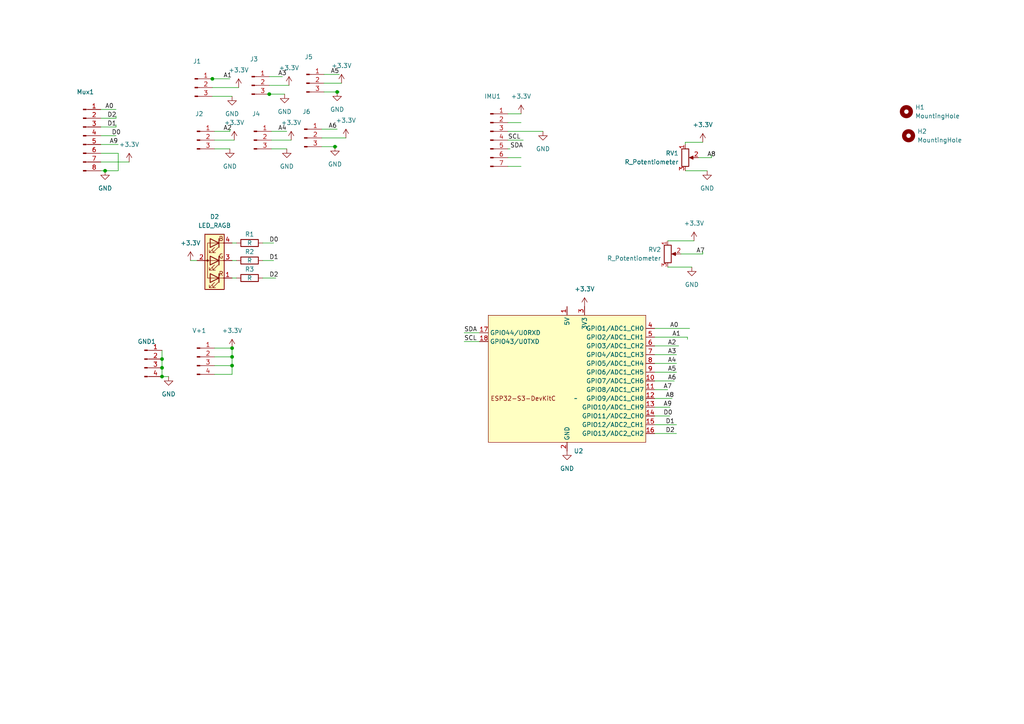
<source format=kicad_sch>
(kicad_sch (version 20230121) (generator eeschema)
  (paper "A4")
  (lib_symbols
    (symbol "Connector:Conn_01x03_Pin" (pin_names (offset 1.016) hide)
      (property "Reference" "J" (at 0 5.08 0))
      (property "Value" "Conn_01x03_Pin" (at 0 -5.08 0))
      (symbol "Conn_01x03_Pin_1_1"
        (polyline (pts (xy 1.27 -2.54) (xy 0.8636 -2.54)) (stroke (width 0.1524)))
        (polyline (pts (xy 1.27 0) (xy 0.8636 0)) (stroke (width 0.1524)))
        (polyline (pts (xy 1.27 2.54) (xy 0.8636 2.54)) (stroke (width 0.1524)))
        (rectangle (start 0.8636 -2.413) (end 0 -2.667) (stroke (width 0.1524)) (fill (type outline)))
        (rectangle (start 0.8636 0.127) (end 0 -0.127) (stroke (width 0.1524)) (fill (type outline)))
        (rectangle (start 0.8636 2.667) (end 0 2.413) (stroke (width 0.1524)) (fill (type outline)))
        (pin passive line (at 5.08 2.54 180) (length 3.81) (name "Pin_1") (number "1"))
        (pin passive line (at 5.08 0 180) (length 3.81) (name "Pin_2") (number "2"))
        (pin passive line (at 5.08 -2.54 180) (length 3.81) (name "Pin_3") (number "3"))
      )
    )
    (symbol "Connector:Conn_01x04_Pin" (pin_names (offset 1.016) hide)
      (property "Reference" "J" (at 0 5.08 0))
      (property "Value" "Conn_01x04_Pin" (at 0 -7.62 0))
      (symbol "Conn_01x04_Pin_1_1"
        (polyline (pts (xy 1.27 -5.08) (xy 0.8636 -5.08)) (stroke (width 0.1524)))
        (polyline (pts (xy 1.27 -2.54) (xy 0.8636 -2.54)) (stroke (width 0.1524)))
        (polyline (pts (xy 1.27 0) (xy 0.8636 0)) (stroke (width 0.1524)))
        (polyline (pts (xy 1.27 2.54) (xy 0.8636 2.54)) (stroke (width 0.1524)))
        (rectangle (start 0.8636 -4.953) (end 0 -5.207) (stroke (width 0.1524)) (fill (type outline)))
        (rectangle (start 0.8636 -2.413) (end 0 -2.667) (stroke (width 0.1524)) (fill (type outline)))
        (rectangle (start 0.8636 0.127) (end 0 -0.127) (stroke (width 0.1524)) (fill (type outline)))
        (rectangle (start 0.8636 2.667) (end 0 2.413) (stroke (width 0.1524)) (fill (type outline)))
        (pin passive line (at 5.08 2.54 180) (length 3.81) (name "Pin_1") (number "1"))
        (pin passive line (at 5.08 0 180) (length 3.81) (name "Pin_2") (number "2"))
        (pin passive line (at 5.08 -2.54 180) (length 3.81) (name "Pin_3") (number "3"))
        (pin passive line (at 5.08 -5.08 180) (length 3.81) (name "Pin_4") (number "4"))
      )
    )
    (symbol "Connector:Conn_01x07_Pin" (pin_names (offset 1.016) hide)
      (property "Reference" "J" (at 0 10.16 0))
      (property "Value" "Conn_01x07_Pin" (at 0 -10.16 0))
      (symbol "Conn_01x07_Pin_1_1"
        (polyline (pts (xy 1.27 -7.62) (xy 0.8636 -7.62)) (stroke (width 0.1524)))
        (polyline (pts (xy 1.27 -5.08) (xy 0.8636 -5.08)) (stroke (width 0.1524)))
        (polyline (pts (xy 1.27 -2.54) (xy 0.8636 -2.54)) (stroke (width 0.1524)))
        (polyline (pts (xy 1.27 0) (xy 0.8636 0)) (stroke (width 0.1524)))
        (polyline (pts (xy 1.27 2.54) (xy 0.8636 2.54)) (stroke (width 0.1524)))
        (polyline (pts (xy 1.27 5.08) (xy 0.8636 5.08)) (stroke (width 0.1524)))
        (polyline (pts (xy 1.27 7.62) (xy 0.8636 7.62)) (stroke (width 0.1524)))
        (rectangle (start 0.8636 -7.493) (end 0 -7.747) (stroke (width 0.1524)) (fill (type outline)))
        (rectangle (start 0.8636 -4.953) (end 0 -5.207) (stroke (width 0.1524)) (fill (type outline)))
        (rectangle (start 0.8636 -2.413) (end 0 -2.667) (stroke (width 0.1524)) (fill (type outline)))
        (rectangle (start 0.8636 0.127) (end 0 -0.127) (stroke (width 0.1524)) (fill (type outline)))
        (rectangle (start 0.8636 2.667) (end 0 2.413) (stroke (width 0.1524)) (fill (type outline)))
        (rectangle (start 0.8636 5.207) (end 0 4.953) (stroke (width 0.1524)) (fill (type outline)))
        (rectangle (start 0.8636 7.747) (end 0 7.493) (stroke (width 0.1524)) (fill (type outline)))
        (pin passive line (at 5.08 7.62 180) (length 3.81) (name "Pin_1") (number "1"))
        (pin passive line (at 5.08 5.08 180) (length 3.81) (name "Pin_2") (number "2"))
        (pin passive line (at 5.08 2.54 180) (length 3.81) (name "Pin_3") (number "3"))
        (pin passive line (at 5.08 0 180) (length 3.81) (name "Pin_4") (number "4"))
        (pin passive line (at 5.08 -2.54 180) (length 3.81) (name "Pin_5") (number "5"))
        (pin passive line (at 5.08 -5.08 180) (length 3.81) (name "Pin_6") (number "6"))
        (pin passive line (at 5.08 -7.62 180) (length 3.81) (name "Pin_7") (number "7"))
      )
    )
    (symbol "Connector:Conn_01x08_Pin" (pin_names (offset 1.016) hide)
      (property "Reference" "J" (at 0 10.16 0))
      (property "Value" "Conn_01x08_Pin" (at 0 -12.7 0))
      (symbol "Conn_01x08_Pin_1_1"
        (polyline (pts (xy 1.27 -10.16) (xy 0.8636 -10.16)) (stroke (width 0.1524)))
        (polyline (pts (xy 1.27 -7.62) (xy 0.8636 -7.62)) (stroke (width 0.1524)))
        (polyline (pts (xy 1.27 -5.08) (xy 0.8636 -5.08)) (stroke (width 0.1524)))
        (polyline (pts (xy 1.27 -2.54) (xy 0.8636 -2.54)) (stroke (width 0.1524)))
        (polyline (pts (xy 1.27 0) (xy 0.8636 0)) (stroke (width 0.1524)))
        (polyline (pts (xy 1.27 2.54) (xy 0.8636 2.54)) (stroke (width 0.1524)))
        (polyline (pts (xy 1.27 5.08) (xy 0.8636 5.08)) (stroke (width 0.1524)))
        (polyline (pts (xy 1.27 7.62) (xy 0.8636 7.62)) (stroke (width 0.1524)))
        (rectangle (start 0.8636 -10.033) (end 0 -10.287) (stroke (width 0.1524)) (fill (type outline)))
        (rectangle (start 0.8636 -7.493) (end 0 -7.747) (stroke (width 0.1524)) (fill (type outline)))
        (rectangle (start 0.8636 -4.953) (end 0 -5.207) (stroke (width 0.1524)) (fill (type outline)))
        (rectangle (start 0.8636 -2.413) (end 0 -2.667) (stroke (width 0.1524)) (fill (type outline)))
        (rectangle (start 0.8636 0.127) (end 0 -0.127) (stroke (width 0.1524)) (fill (type outline)))
        (rectangle (start 0.8636 2.667) (end 0 2.413) (stroke (width 0.1524)) (fill (type outline)))
        (rectangle (start 0.8636 5.207) (end 0 4.953) (stroke (width 0.1524)) (fill (type outline)))
        (rectangle (start 0.8636 7.747) (end 0 7.493) (stroke (width 0.1524)) (fill (type outline)))
        (pin passive line (at 5.08 7.62 180) (length 3.81) (name "Pin_1") (number "1"))
        (pin passive line (at 5.08 5.08 180) (length 3.81) (name "Pin_2") (number "2"))
        (pin passive line (at 5.08 2.54 180) (length 3.81) (name "Pin_3") (number "3"))
        (pin passive line (at 5.08 0 180) (length 3.81) (name "Pin_4") (number "4"))
        (pin passive line (at 5.08 -2.54 180) (length 3.81) (name "Pin_5") (number "5"))
        (pin passive line (at 5.08 -5.08 180) (length 3.81) (name "Pin_6") (number "6"))
        (pin passive line (at 5.08 -7.62 180) (length 3.81) (name "Pin_7") (number "7"))
        (pin passive line (at 5.08 -10.16 180) (length 3.81) (name "Pin_8") (number "8"))
      )
    )
    (symbol "Device:LED_RAGB" (pin_names (offset 0) hide)
      (property "Reference" "D" (at 0 9.398 0))
      (property "Value" "LED_RAGB" (at 0 -8.89 0))
      (symbol "LED_RAGB_0_0"
        (text "B" (at -1.905 -6.35 0) (effects (font (size 1.27 1.27))))
        (text "G" (at -1.905 -1.27 0) (effects (font (size 1.27 1.27))))
        (text "R" (at -1.905 3.81 0) (effects (font (size 1.27 1.27))))
      )
      (symbol "LED_RAGB_0_1"
        (polyline (pts (xy -1.27 -5.08) (xy -2.54 -5.08)))
        (polyline (pts (xy -1.27 -5.08) (xy 1.27 -5.08)))
        (polyline (pts (xy -1.27 -3.81) (xy -1.27 -6.35)) (stroke (width 0.254)))
        (polyline (pts (xy -1.27 0) (xy -2.54 0)))
        (polyline (pts (xy -1.27 1.27) (xy -1.27 -1.27)) (stroke (width 0.254)))
        (polyline (pts (xy -1.27 5.08) (xy -2.54 5.08)))
        (polyline (pts (xy -1.27 5.08) (xy 1.27 5.08)))
        (polyline (pts (xy -1.27 6.35) (xy -1.27 3.81)) (stroke (width 0.254)))
        (polyline (pts (xy 1.27 0) (xy -1.27 0)))
        (polyline (pts (xy 1.27 0) (xy 2.54 0)))
        (polyline (pts (xy -1.27 1.27) (xy -1.27 -1.27) (xy -1.27 -1.27)))
        (polyline (pts (xy -1.27 6.35) (xy -1.27 3.81) (xy -1.27 3.81)))
        (polyline (pts (xy 1.27 -5.08) (xy 2.032 -5.08) (xy 2.032 5.08) (xy 1.27 5.08)))
        (polyline (pts (xy 1.27 -3.81) (xy 1.27 -6.35) (xy -1.27 -5.08) (xy 1.27 -3.81)) (stroke (width 0.254)))
        (polyline (pts (xy 1.27 1.27) (xy 1.27 -1.27) (xy -1.27 0) (xy 1.27 1.27)) (stroke (width 0.254)))
        (polyline (pts (xy 1.27 6.35) (xy 1.27 3.81) (xy -1.27 5.08) (xy 1.27 6.35)) (stroke (width 0.254)))
        (polyline (pts (xy -1.016 -3.81) (xy 0.508 -2.286) (xy -0.254 -2.286) (xy 0.508 -2.286) (xy 0.508 -3.048)))
        (polyline (pts (xy -1.016 1.27) (xy 0.508 2.794) (xy -0.254 2.794) (xy 0.508 2.794) (xy 0.508 2.032)))
        (polyline (pts (xy -1.016 6.35) (xy 0.508 7.874) (xy -0.254 7.874) (xy 0.508 7.874) (xy 0.508 7.112)))
        (polyline (pts (xy 0 -3.81) (xy 1.524 -2.286) (xy 0.762 -2.286) (xy 1.524 -2.286) (xy 1.524 -3.048)))
        (polyline (pts (xy 0 1.27) (xy 1.524 2.794) (xy 0.762 2.794) (xy 1.524 2.794) (xy 1.524 2.032)))
        (polyline (pts (xy 0 6.35) (xy 1.524 7.874) (xy 0.762 7.874) (xy 1.524 7.874) (xy 1.524 7.112)))
        (rectangle (start 1.27 -1.27) (end 1.27 1.27))
        (rectangle (start 1.27 1.27) (end 1.27 1.27))
        (rectangle (start 1.27 3.81) (end 1.27 6.35))
        (rectangle (start 1.27 6.35) (end 1.27 6.35))
        (circle (center 2.032 0) (radius 0.254) (fill (type outline)))
        (rectangle (start 2.794 8.382) (end -2.794 -7.62) (stroke (width 0.254)) (fill (type background)))
      )
      (symbol "LED_RAGB_1_1"
        (pin passive line (at -5.08 5.08 0) (length 2.54) (name "RK") (number "1"))
        (pin passive line (at 5.08 0 180) (length 2.54) (name "A") (number "2"))
        (pin passive line (at -5.08 0 0) (length 2.54) (name "GK") (number "3"))
        (pin passive line (at -5.08 -5.08 0) (length 2.54) (name "BK") (number "4"))
      )
    )
    (symbol "Device:R" (pin_numbers hide) (pin_names (offset 0))
      (property "Reference" "R" (at 2.032 0 90))
      (property "Value" "R" (at 0 0 90))
      (symbol "R_0_1"
        (rectangle (start -1.016 -2.54) (end 1.016 2.54) (stroke (width 0.254)))
      )
      (symbol "R_1_1"
        (pin passive line (at 0 3.81 270) (length 1.27) (name "~") (number "1"))
        (pin passive line (at 0 -3.81 90) (length 1.27) (name "~") (number "2"))
      )
    )
    (symbol "Device:R_Potentiometer" (pin_names (offset 1.016) hide)
      (property "Reference" "RV" (at -4.445 0 90))
      (property "Value" "R_Potentiometer" (at -2.54 0 90))
      (symbol "R_Potentiometer_0_1"
        (polyline (pts (xy 2.54 0) (xy 1.524 0)))
        (polyline (pts (xy 1.143 0) (xy 2.286 0.508) (xy 2.286 -0.508) (xy 1.143 0)) (fill (type outline)))
        (rectangle (start 1.016 2.54) (end -1.016 -2.54) (stroke (width 0.254)))
      )
      (symbol "R_Potentiometer_1_1"
        (pin passive line (at 0 3.81 270) (length 1.27) (name "1") (number "1"))
        (pin passive line (at 3.81 0 180) (length 1.27) (name "2") (number "2"))
        (pin passive line (at 0 -3.81 90) (length 1.27) (name "3") (number "3"))
      )
    )
    (symbol "Mechanical:MountingHole" (pin_names (offset 1.016))
      (property "Reference" "H" (at 0 5.08 0))
      (property "Value" "MountingHole" (at 0 3.175 0))
      (symbol "MountingHole_0_1"
        (circle (center 0 0) (radius 1.27) (stroke (width 1.27)))
      )
    )
    (symbol "hattwick:Wifiduino-ESP32S3"
      (property "Reference" "U" (at -22.86 46.99 0))
      (symbol "Wifiduino-ESP32S3_0_0"
        (text "ESP32-S3-DevKitC" (at -15.24 0 0) (effects (font (size 1.27 1.27))))
      )
      (symbol "Wifiduino-ESP32S3_0_1"
        (rectangle (start -25.4 24.13) (end 20.32 -12.7) (fill (type background)))
      )
      (symbol "Wifiduino-ESP32S3_1_0"
        (pin bidirectional line (at 22.86 -10.16 180) (length 2.54) (name "GPIO13/ADC2_CH2") (number "16"))
        (pin bidirectional line (at -27.94 19.05 0) (length 2.54) (name "GPIO44/U0RXD") (number "17"))
        (pin bidirectional line (at -27.94 16.51 0) (length 2.54) (name "GPIO43/U0TXD") (number "18"))
        (pin power_in line (at -2.54 -15.24 90) (length 2.54) (name "GND") (number "2"))
        (pin bidirectional line (at 22.86 20.32 180) (length 2.54) (name "GPIO1/ADC1_CH0") (number "4"))
        (pin bidirectional line (at 22.86 17.78 180) (length 2.54) (name "GPIO2/ADC1_CH1") (number "5"))
      )
      (symbol "Wifiduino-ESP32S3_1_1"
        (pin power_in line (at -2.54 26.67 270) (length 2.54) (name "5V") (number "1"))
        (pin bidirectional line (at 22.86 5.08 180) (length 2.54) (name "GPIO7/ADC1_CH6") (number "10"))
        (pin bidirectional line (at 22.86 2.54 180) (length 2.54) (name "GPIO8/ADC1_CH7") (number "11"))
        (pin bidirectional line (at 22.86 0 180) (length 2.54) (name "GPIO9/ADC1_CH8") (number "12"))
        (pin bidirectional line (at 22.86 -2.54 180) (length 2.54) (name "GPIO10/ADC1_CH9") (number "13"))
        (pin bidirectional line (at 22.86 -5.08 180) (length 2.54) (name "GPIO11/ADC2_CH0") (number "14"))
        (pin bidirectional line (at 22.86 -7.62 180) (length 2.54) (name "GPIO12/ADC2_CH1") (number "15"))
        (pin power_in line (at 2.54 26.67 270) (length 2.54) (name "3V3") (number "3"))
        (pin bidirectional line (at 22.86 15.24 180) (length 2.54) (name "GPIO3/ADC1_CH2") (number "6"))
        (pin bidirectional line (at 22.86 12.7 180) (length 2.54) (name "GPIO4/ADC1_CH3") (number "7"))
        (pin bidirectional line (at 22.86 10.16 180) (length 2.54) (name "GPIO5/ADC1_CH4") (number "8"))
        (pin bidirectional line (at 22.86 7.62 180) (length 2.54) (name "GPIO6/ADC1_CH5") (number "9"))
      )
    )
    (symbol "power:+3.3V" (power) (pin_names (offset 0))
      (property "Value" "+3.3V" (at 0 3.556 0))
      (symbol "+3.3V_0_1"
        (polyline (pts (xy -0.762 1.27) (xy 0 2.54)))
        (polyline (pts (xy 0 0) (xy 0 2.54)))
        (polyline (pts (xy 0 2.54) (xy 0.762 1.27)))
      )
      (symbol "+3.3V_1_1"
        (pin power_in line (at 0 0 90) (length 0) hide (name "+3.3V") (number "1"))
      )
    )
    (symbol "power:GND" (power) (pin_names (offset 0))
      (property "Value" "GND" (at 0 -3.81 0))
      (symbol "GND_0_1"
        (polyline (pts (xy 0 0) (xy 0 -1.27) (xy 1.27 -1.27) (xy 0 -2.54) (xy -1.27 -1.27) (xy 0 -1.27)))
      )
      (symbol "GND_1_1"
        (pin power_in line (at 0 0 270) (length 0) hide (name "GND") (number "1"))
      )
    )
  )
  (junction (at 67.31 106.045))
  (junction (at 97.155 42.545))
  (junction (at 46.99 104.14))
  (junction (at 67.31 100.965))
  (junction (at 30.48 49.53))
  (junction (at 61.595 22.86))
  (junction (at 46.99 109.22))
  (junction (at 97.79 26.67))
  (junction (at 78.105 27.305))
  (junction (at 46.99 106.68))
  (junction (at 67.31 103.505))
  (wire (pts (xy 62.23 103.505) (xy 67.31 103.505)))
  (wire (pts (xy 189.865 110.49) (xy 195.58 110.49)))
  (wire (pts (xy 189.865 120.65) (xy 194.31 120.65)))
  (wire (pts (xy 189.865 97.79) (xy 199.39 97.79)))
  (wire (pts (xy 189.865 105.41) (xy 196.215 105.41)))
  (wire (pts (xy 93.98 26.67) (xy 97.79 26.67)))
  (wire (pts (xy 199.39 97.79) (xy 199.39 98.425)))
  (wire (pts (xy 97.155 42.545) (xy 97.79 42.545)))
  (wire (pts (xy 197.485 73.66) (xy 203.835 73.66)))
  (wire (pts (xy 29.21 36.83) (xy 33.655 36.83)))
  (wire (pts (xy 66.675 37.465) (xy 66.675 38.1)))
  (wire (pts (xy 78.105 24.765) (xy 83.82 24.765)))
  (wire (pts (xy 61.595 27.94) (xy 67.31 27.94)))
  (wire (pts (xy 67.31 70.485) (xy 68.58 70.485)))
  (wire (pts (xy 189.865 115.57) (xy 194.945 115.57)))
  (wire (pts (xy 203.835 73.025) (xy 203.835 73.66)))
  (wire (pts (xy 62.23 38.1) (xy 66.675 38.1)))
  (wire (pts (xy 76.2 75.565) (xy 79.375 75.565)))
  (wire (pts (xy 189.865 100.33) (xy 196.85 100.33)))
  (wire (pts (xy 29.21 34.29) (xy 33.655 34.29)))
  (wire (pts (xy 61.595 22.86) (xy 66.675 22.86)))
  (wire (pts (xy 134.62 99.06) (xy 139.065 99.06)))
  (wire (pts (xy 46.99 109.22) (xy 48.895 109.22)))
  (wire (pts (xy 189.865 95.25) (xy 200.025 95.25)))
  (wire (pts (xy 189.865 113.03) (xy 193.675 113.03)))
  (wire (pts (xy 78.74 38.1) (xy 83.185 38.1)))
  (wire (pts (xy 134.62 96.52) (xy 139.065 96.52)))
  (wire (pts (xy 67.31 106.045) (xy 67.31 103.505)))
  (wire (pts (xy 67.31 75.565) (xy 68.58 75.565)))
  (wire (pts (xy 67.31 80.645) (xy 68.58 80.645)))
  (wire (pts (xy 46.99 106.68) (xy 46.99 109.22)))
  (wire (pts (xy 206.375 45.085) (xy 206.375 45.72)))
  (wire (pts (xy 33.655 36.195) (xy 33.655 36.83)))
  (wire (pts (xy 29.21 41.91) (xy 34.29 41.91)))
  (wire (pts (xy 55.245 75.565) (xy 57.15 75.565)))
  (wire (pts (xy 29.21 39.37) (xy 33.655 39.37)))
  (wire (pts (xy 97.79 26.67) (xy 98.425 26.67)))
  (wire (pts (xy 147.32 33.02) (xy 151.13 33.02)))
  (wire (pts (xy 147.32 40.64) (xy 151.765 40.64)))
  (wire (pts (xy 193.675 69.85) (xy 201.295 69.85)))
  (wire (pts (xy 46.99 101.6) (xy 46.99 104.14)))
  (wire (pts (xy 198.755 41.275) (xy 203.835 41.275)))
  (wire (pts (xy 189.865 102.87) (xy 196.215 102.87)))
  (wire (pts (xy 78.105 22.225) (xy 81.915 22.225)))
  (wire (pts (xy 93.345 37.465) (xy 97.79 37.465)))
  (wire (pts (xy 34.29 44.45) (xy 34.29 49.53)))
  (wire (pts (xy 189.865 118.11) (xy 194.31 118.11)))
  (wire (pts (xy 198.755 49.53) (xy 205.105 49.53)))
  (wire (pts (xy 29.21 46.99) (xy 37.465 46.99)))
  (wire (pts (xy 67.31 108.585) (xy 67.31 106.045)))
  (wire (pts (xy 62.23 100.965) (xy 67.31 100.965)))
  (wire (pts (xy 78.74 43.18) (xy 83.185 43.18)))
  (wire (pts (xy 93.98 24.13) (xy 99.06 24.13)))
  (wire (pts (xy 147.32 38.1) (xy 157.48 38.1)))
  (wire (pts (xy 189.865 125.73) (xy 196.215 125.73)))
  (wire (pts (xy 29.21 31.75) (xy 33.655 31.75)))
  (wire (pts (xy 77.47 27.305) (xy 78.105 27.305)))
  (wire (pts (xy 147.32 48.26) (xy 151.13 48.26)))
  (wire (pts (xy 62.23 108.585) (xy 67.31 108.585)))
  (wire (pts (xy 93.345 40.005) (xy 100.33 40.005)))
  (wire (pts (xy 67.31 103.505) (xy 67.31 100.965)))
  (wire (pts (xy 189.865 107.95) (xy 196.215 107.95)))
  (wire (pts (xy 193.675 77.47) (xy 200.66 77.47)))
  (wire (pts (xy 202.565 45.72) (xy 206.375 45.72)))
  (wire (pts (xy 93.98 21.59) (xy 98.425 21.59)))
  (wire (pts (xy 46.99 104.14) (xy 46.99 106.68)))
  (wire (pts (xy 60.96 22.86) (xy 61.595 22.86)))
  (wire (pts (xy 33.655 33.655) (xy 33.655 34.29)))
  (wire (pts (xy 93.345 42.545) (xy 97.155 42.545)))
  (wire (pts (xy 62.23 106.045) (xy 67.31 106.045)))
  (wire (pts (xy 62.23 43.18) (xy 66.675 43.18)))
  (wire (pts (xy 78.74 40.64) (xy 84.455 40.64)))
  (wire (pts (xy 189.865 123.19) (xy 196.215 123.19)))
  (wire (pts (xy 76.2 70.485) (xy 79.375 70.485)))
  (wire (pts (xy 76.2 80.645) (xy 80.01 80.645)))
  (wire (pts (xy 62.23 40.64) (xy 67.945 40.64)))
  (wire (pts (xy 147.32 43.18) (xy 147.955 43.18)))
  (wire (pts (xy 29.21 44.45) (xy 34.29 44.45)))
  (wire (pts (xy 147.32 35.56) (xy 151.13 35.56)))
  (wire (pts (xy 198.755 41.275) (xy 198.755 41.91)))
  (wire (pts (xy 30.48 49.53) (xy 34.29 49.53)))
  (wire (pts (xy 29.21 49.53) (xy 30.48 49.53)))
  (wire (pts (xy 78.105 27.305) (xy 82.55 27.305)))
  (wire (pts (xy 61.595 25.4) (xy 69.215 25.4)))
  (wire (pts (xy 147.32 45.72) (xy 151.13 45.72)))
  (label "A9" (at 192.405 118.11 0))
  (label "A4" (at 193.675 105.41 0))
  (label "SDA" (at 147.955 43.18 0))
  (label "D1" (at 78.105 75.565 0))
  (label "SCL" (at 134.62 99.06 0))
  (label "A5" (at 95.885 21.59 0))
  (label "A2" (at 193.675 100.33 0))
  (label "A0" (at 194.31 95.25 0))
  (label "D2" (at 78.105 80.645 0))
  (label "D0" (at 78.105 70.485 0))
  (label "A3" (at 193.675 102.87 0))
  (label "A1" (at 64.77 22.86 0))
  (label "SDA" (at 134.62 96.52 0))
  (label "A9" (at 31.75 41.91 0))
  (label "D1" (at 31.115 36.83 0))
  (label "A2" (at 64.77 38.1 0))
  (label "A4" (at 80.645 38.1 0))
  (label "D2" (at 193.04 125.73 0))
  (label "D2" (at 31.115 34.29 0))
  (label "D0" (at 32.385 39.37 0))
  (label "A8" (at 193.04 115.57 0))
  (label "A7" (at 192.405 113.03 0))
  (label "D1" (at 193.04 123.19 0))
  (label "D0" (at 192.405 120.65 0))
  (label "A7" (at 201.93 73.66 0))
  (label "A6" (at 193.675 110.49 0))
  (label "A0" (at 30.48 31.75 0))
  (label "A3" (at 80.645 22.225 0))
  (label "SCL" (at 147.32 40.64 0))
  (label "A5" (at 193.675 107.95 0))
  (label "A1" (at 194.945 97.79 0))
  (label "A6" (at 95.25 37.465 0))
  (label "A8" (at 205.105 45.72 0))
  (symbol (lib_id "power:GND") (at 97.79 26.67 0) (unit 1)
    (property "Reference" "#PWR011" (effects hide))
    (property "Value" "GND" (at 97.79 31.75 0))
  )
  (symbol (lib_id "power:GND") (at 66.675 43.18 0) (unit 1)
    (property "Reference" "#PWR014" (effects hide))
    (property "Value" "GND" (at 66.675 48.26 0))
  )
  (symbol (lib_id "power:+3.3V") (at 203.835 41.275 0) (unit 1)
    (property "Reference" "#PWR017" (effects hide))
    (property "Value" "+3.3V" (at 203.835 36.195 0))
  )
  (symbol (lib_id "Device:R_Potentiometer") (at 198.755 45.72 0) (unit 1)
    (property "Reference" "RV1" (at 196.85 44.45 0) (effects (justify right)))
    (property "Value" "R_Potentiometer" (at 196.85 46.99 0) (effects (justify right)))
    (property "Footprint" "Potentiometer_THT:Potentiometer_Alps_RK09K_Single_Vertical" (effects hide))
  )
  (symbol (lib_id "Connector:Conn_01x03_Pin") (at 57.15 40.64 0) (unit 1)
    (property "Reference" "J2" (at 57.785 33.02 0))
    (property "Value" "Conn_01x03_Pin" (effects hide))
    (property "Footprint" "Connector_PinHeader_2.54mm:PinHeader_1x03_P2.54mm_Horizontal" (effects hide))
  )
  (symbol (lib_id "power:+3.3V") (at 151.13 33.02 0) (unit 1)
    (property "Reference" "#PWR019" (effects hide))
    (property "Value" "+3.3V" (at 151.13 27.94 0))
  )
  (symbol (lib_id "power:GND") (at 97.155 42.545 0) (unit 1)
    (property "Reference" "#PWR012" (effects hide))
    (property "Value" "GND" (at 97.155 47.625 0))
  )
  (symbol (lib_id "Connector:Conn_01x08_Pin") (at 24.13 39.37 0) (unit 1)
    (property "Reference" "Mux1" (at 24.765 26.67 0))
    (property "Value" "Conn_01x08_Pin" (effects hide))
    (property "Footprint" "Connector_PinHeader_2.54mm:PinHeader_1x08_P2.54mm_Vertical" (effects hide))
  )
  (symbol (lib_id "power:+3.3V") (at 83.82 24.765 0) (unit 1)
    (property "Reference" "#PWR05" (effects hide))
    (property "Value" "+3.3V" (at 83.82 19.685 0))
  )
  (symbol (lib_id "Connector:Conn_01x04_Pin") (at 57.15 103.505 0) (unit 1)
    (property "Reference" "V+1" (at 57.785 95.885 0))
    (property "Value" "Conn_01x04_Pin" (effects hide))
    (property "Footprint" "Connector_PinHeader_2.54mm:PinHeader_1x04_P2.54mm_Vertical" (effects hide))
  )
  (symbol (lib_id "power:+3.3V") (at 55.245 75.565 0) (unit 1)
    (property "Reference" "#PWR023" (effects hide))
    (property "Value" "+3.3V" (at 55.245 70.485 0))
  )
  (symbol (lib_id "Device:R_Potentiometer") (at 193.675 73.66 0) (unit 1)
    (property "Reference" "RV2" (at 191.77 72.39 0) (effects (justify right)))
    (property "Value" "R_Potentiometer" (at 191.77 74.93 0) (effects (justify right)))
    (property "Footprint" "Potentiometer_THT:Potentiometer_Alps_RK09K_Single_Vertical" (effects hide))
  )
  (symbol (lib_id "Device:R") (at 72.39 75.565 90) (unit 1)
    (property "Reference" "R2" (at 72.39 73.025 90))
    (property "Value" "R" (at 72.39 75.565 90))
    (property "Footprint" "Resistor_THT:R_Axial_DIN0204_L3.6mm_D1.6mm_P7.62mm_Horizontal" (effects hide))
  )
  (symbol (lib_id "power:+3.3V") (at 100.33 40.005 0) (unit 1)
    (property "Reference" "#PWR07" (effects hide))
    (property "Value" "+3.3V" (at 100.33 34.925 0))
  )
  (symbol (lib_id "power:GND") (at 200.66 77.47 0) (unit 1)
    (property "Reference" "#PWR015" (effects hide))
    (property "Value" "GND" (at 200.66 82.55 0))
  )
  (symbol (lib_id "power:GND") (at 82.55 27.305 0) (unit 1)
    (property "Reference" "#PWR010" (effects hide))
    (property "Value" "GND" (at 82.55 32.385 0))
  )
  (symbol (lib_id "Connector:Conn_01x03_Pin") (at 73.66 40.64 0) (unit 1)
    (property "Reference" "J4" (at 74.295 33.02 0))
    (property "Value" "Conn_01x03_Pin" (effects hide))
    (property "Footprint" "Connector_PinHeader_2.54mm:PinHeader_1x03_P2.54mm_Horizontal" (effects hide))
  )
  (symbol (lib_id "Mechanical:MountingHole") (at 263.525 39.37 0) (unit 1)
    (property "Reference" "H2" (at 266.065 38.1 0) (effects (justify left)))
    (property "Value" "MountingHole" (at 266.065 40.64 0) (effects (justify left)))
    (property "Footprint" "MountingHole:MountingHole_3.2mm_M3" (effects hide))
  )
  (symbol (lib_id "power:GND") (at 157.48 38.1 0) (unit 1)
    (property "Reference" "#PWR020" (effects hide))
    (property "Value" "GND" (at 157.48 43.18 0))
  )
  (symbol (lib_id "power:GND") (at 83.185 43.18 0) (unit 1)
    (property "Reference" "#PWR013" (effects hide))
    (property "Value" "GND" (at 83.185 48.26 0))
  )
  (symbol (lib_id "Connector:Conn_01x03_Pin") (at 88.9 24.13 0) (unit 1)
    (property "Reference" "J5" (at 89.535 16.51 0))
    (property "Value" "Conn_01x03_Pin" (effects hide))
    (property "Footprint" "Connector_PinHeader_2.54mm:PinHeader_1x03_P2.54mm_Horizontal" (effects hide))
  )
  (symbol (lib_id "power:GND") (at 30.48 49.53 0) (unit 1)
    (property "Reference" "#PWR021" (effects hide))
    (property "Value" "GND" (at 30.48 54.61 0))
  )
  (symbol (lib_id "power:GND") (at 48.895 109.22 0) (unit 1)
    (property "Reference" "#PWR025" (effects hide))
    (property "Value" "GND" (at 48.895 114.3 0))
  )
  (symbol (lib_id "Connector:Conn_01x03_Pin") (at 56.515 25.4 0) (unit 1)
    (property "Reference" "J1" (at 57.15 17.78 0))
    (property "Value" "Conn_01x03_Pin" (effects hide))
    (property "Footprint" "Connector_PinHeader_2.54mm:PinHeader_1x03_P2.54mm_Horizontal" (effects hide))
  )
  (symbol (lib_id "Device:R") (at 72.39 80.645 90) (unit 1)
    (property "Reference" "R3" (at 72.39 78.105 90))
    (property "Value" "R" (at 72.39 80.645 90))
    (property "Footprint" "Resistor_THT:R_Axial_DIN0204_L3.6mm_D1.6mm_P7.62mm_Horizontal" (effects hide))
  )
  (symbol (lib_id "power:+3.3V") (at 67.31 100.965 0) (unit 1)
    (property "Reference" "#PWR024" (effects hide))
    (property "Value" "+3.3V" (at 67.31 95.885 0))
  )
  (symbol (lib_id "Connector:Conn_01x03_Pin") (at 88.265 40.005 0) (unit 1)
    (property "Reference" "J6" (at 88.9 32.385 0))
    (property "Value" "Conn_01x03_Pin" (effects hide))
    (property "Footprint" "Connector_PinHeader_2.54mm:PinHeader_1x03_P2.54mm_Horizontal" (effects hide))
  )
  (symbol (lib_id "power:+3.3V") (at 99.06 24.13 0) (unit 1)
    (property "Reference" "#PWR06" (effects hide))
    (property "Value" "+3.3V" (at 99.06 19.05 0))
  )
  (symbol (lib_id "hattwick:Wifiduino-ESP32S3") (at 167.005 115.57 0) (unit 1)
    (property "Reference" "U2" (at 166.4209 130.81 0) (effects (justify left)))
    (property "Value" "~" (at 167.005 115.57 0))
    (property "Footprint" "ih_kicad:Wifiduino-ESP32S3" (effects hide))
  )
  (symbol (lib_id "Connector:Conn_01x04_Pin") (at 41.91 104.14 0) (unit 1)
    (property "Reference" "GND1" (at 42.545 99.06 0))
    (property "Value" "Conn_01x04_Pin" (effects hide))
    (property "Footprint" "Connector_PinHeader_2.54mm:PinHeader_1x04_P2.54mm_Vertical" (effects hide))
  )
  (symbol (lib_id "power:+3.3V") (at 84.455 40.64 0) (unit 1)
    (property "Reference" "#PWR08" (effects hide))
    (property "Value" "+3.3V" (at 84.455 35.56 0))
  )
  (symbol (lib_id "Device:R") (at 72.39 70.485 90) (unit 1)
    (property "Reference" "R1" (at 72.39 67.945 90))
    (property "Value" "R" (at 72.39 70.485 90))
    (property "Footprint" "Resistor_THT:R_Axial_DIN0204_L3.6mm_D1.6mm_P7.62mm_Horizontal" (effects hide))
  )
  (symbol (lib_id "power:+3.3V") (at 169.545 88.9 0) (unit 1)
    (property "Reference" "#PWR02" (effects hide))
    (property "Value" "+3.3V" (at 169.545 83.82 0))
  )
  (symbol (lib_id "power:GND") (at 164.465 130.81 0) (unit 1)
    (property "Reference" "#PWR01" (effects hide))
    (property "Value" "GND" (at 164.465 135.89 0))
  )
  (symbol (lib_id "power:+3.3V") (at 201.295 69.85 0) (unit 1)
    (property "Reference" "#PWR018" (effects hide))
    (property "Value" "+3.3V" (at 201.295 64.77 0))
  )
  (symbol (lib_id "Device:LED_RAGB") (at 62.23 75.565 180) (unit 1)
    (property "Reference" "D2" (at 62.23 62.865 0))
    (property "Value" "LED_RAGB" (at 62.23 65.405 0))
    (property "Footprint" "LED_THT:LED_D5.0mm-4_RGB_Wide_Pins" (effects hide))
  )
  (symbol (lib_id "Mechanical:MountingHole") (at 262.89 32.385 0) (unit 1)
    (property "Reference" "H1" (at 265.43 31.115 0) (effects (justify left)))
    (property "Value" "MountingHole" (at 265.43 33.655 0) (effects (justify left)))
    (property "Footprint" "MountingHole:MountingHole_3.2mm_M3" (effects hide))
  )
  (symbol (lib_id "power:GND") (at 205.105 49.53 0) (unit 1)
    (property "Reference" "#PWR016" (effects hide))
    (property "Value" "GND" (at 205.105 54.61 0))
  )
  (symbol (lib_id "power:+3.3V") (at 67.945 40.64 0) (unit 1)
    (property "Reference" "#PWR09" (effects hide))
    (property "Value" "+3.3V" (at 67.945 35.56 0))
  )
  (symbol (lib_id "Connector:Conn_01x07_Pin") (at 142.24 40.64 0) (unit 1)
    (property "Reference" "IMU1" (at 142.875 27.94 0))
    (property "Value" "Conn_01x07_Pin" (effects hide))
    (property "Footprint" "Connector_PinHeader_2.54mm:PinHeader_1x07_P2.54mm_Vertical" (effects hide))
  )
  (symbol (lib_id "Connector:Conn_01x03_Pin") (at 73.025 24.765 0) (unit 1)
    (property "Reference" "J3" (at 73.66 17.145 0))
    (property "Value" "Conn_01x03_Pin" (effects hide))
    (property "Footprint" "Connector_PinHeader_2.54mm:PinHeader_1x03_P2.54mm_Horizontal" (effects hide))
  )
  (symbol (lib_id "power:+3.3V") (at 37.465 46.99 0) (unit 1)
    (property "Reference" "#PWR022" (effects hide))
    (property "Value" "+3.3V" (at 37.465 41.91 0))
  )
  (symbol (lib_id "power:GND") (at 67.31 27.94 0) (unit 1)
    (property "Reference" "#PWR03" (effects hide))
    (property "Value" "GND" (at 67.31 33.02 0))
  )
  (symbol (lib_id "power:+3.3V") (at 69.215 25.4 0) (unit 1)
    (property "Reference" "#PWR04" (effects hide))
    (property "Value" "+3.3V" (at 69.215 20.32 0))
  )
)
</source>
